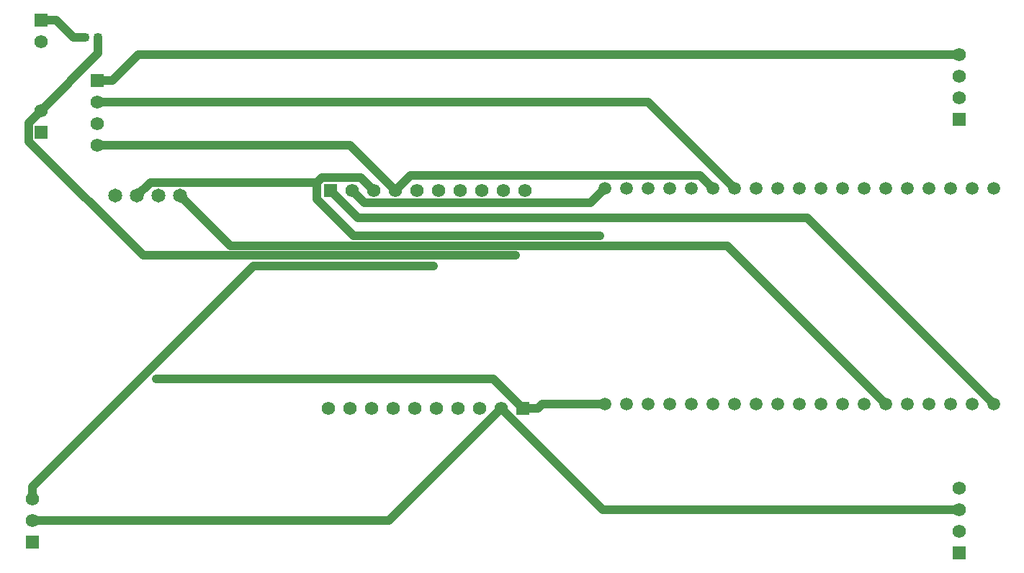
<source format=gtl>
G04 Layer: TopLayer*
G04 EasyEDA v6.5.50, 2025-07-18 22:31:46*
G04 04dc3b07505f4677bf90bee5ef889ce6,38ef4e46ccee4584b929a847fdfc0218,10*
G04 Gerber Generator version 0.2*
G04 Scale: 100 percent, Rotated: No, Reflected: No *
G04 Dimensions in millimeters *
G04 leading zeros omitted , absolute positions ,4 integer and 5 decimal *
%FSLAX45Y45*%
%MOMM*%

%AMMACRO1*21,1,$1,$2,0,0,$3*%
%ADD10C,1.0000*%
%ADD11MACRO1,0.864X0.8065X90.0000*%
%ADD12C,1.5748*%
%ADD13R,1.5748X1.5748*%
%ADD14C,1.6500*%
%ADD15C,1.5000*%
%ADD16C,0.6100*%
%ADD17C,0.0102*%

%LPD*%
D10*
X10896602Y1409700D02*
G01*
X9034858Y3271443D01*
X3192985Y3271443D01*
X2603502Y3860927D01*
X9118602Y3949700D02*
G01*
X8102602Y4965700D01*
X1625602Y4965700D01*
X11760202Y5524500D02*
G01*
X2109218Y5524500D01*
X1804418Y5219700D01*
X1625602Y5219700D02*
G01*
X1804418Y5219700D01*
X12166602Y1409700D02*
G01*
X9978087Y3598214D01*
X4694887Y3598214D01*
X4368802Y3924300D01*
X5580001Y3035731D02*
G01*
X3463800Y3035731D01*
X863602Y435533D01*
X863602Y292100D01*
X1637438Y5727700D02*
G01*
X1637438Y5536336D01*
X965202Y4864100D01*
X6548274Y3156051D02*
G01*
X2166368Y3156051D01*
X821057Y4501362D01*
X821057Y4719954D01*
X965202Y4864100D01*
X7594602Y1409700D02*
G01*
X6859018Y1409700D01*
X6808218Y1358900D01*
X6629402Y1358900D02*
G01*
X6808218Y1358900D01*
X2317752Y1704873D02*
G01*
X6283429Y1704873D01*
X6629402Y1358900D01*
X7594602Y3949700D02*
G01*
X7424092Y3779189D01*
X6201488Y3779189D01*
X6201488Y3779189D02*
G01*
X4767912Y3779189D01*
X4622802Y3924300D01*
X11760202Y165100D02*
G01*
X7569202Y165100D01*
X6375402Y1358900D01*
X6375402Y1358900D02*
G01*
X5054602Y38100D01*
X863602Y38100D01*
X1144018Y5930900D02*
G01*
X1144018Y5930061D01*
X1346380Y5727700D01*
X1486766Y5727700D02*
G01*
X1346380Y5727700D01*
X965202Y5930900D02*
G01*
X1144018Y5930900D01*
X2095502Y3860927D02*
G01*
X2253007Y4018432D01*
X4212821Y4018432D01*
X4876802Y3924300D02*
G01*
X4730168Y4070934D01*
X4265322Y4070934D01*
X4212821Y4018432D01*
X4212821Y4018432D02*
G01*
X4212821Y3817543D01*
X4643503Y3386861D01*
X5437532Y3386861D01*
X5437532Y3386861D02*
G01*
X7539763Y3386861D01*
X8864602Y3949700D02*
G01*
X8712278Y4102023D01*
X5308526Y4102023D01*
X5130802Y3924300D01*
X1625602Y4457700D02*
G01*
X4597402Y4457700D01*
X5130802Y3924300D01*
D11*
G01*
X1637424Y5727700D03*
G01*
X1486775Y5727700D03*
D12*
G01*
X4343400Y1358900D03*
G01*
X4597400Y1358900D03*
G01*
X4851400Y1358900D03*
G01*
X5105400Y1358900D03*
G01*
X5359400Y1358900D03*
G01*
X5613400Y1358900D03*
G01*
X5867400Y1358900D03*
G01*
X6121400Y1358900D03*
G01*
X6375400Y1358900D03*
D13*
G01*
X6629400Y1358900D03*
D12*
G01*
X6654800Y3924300D03*
G01*
X6400800Y3924300D03*
G01*
X6146800Y3924300D03*
G01*
X5892800Y3924300D03*
G01*
X5638800Y3924300D03*
G01*
X5384800Y3924300D03*
G01*
X5130800Y3924300D03*
G01*
X4876800Y3924300D03*
G01*
X4622800Y3924300D03*
D13*
G01*
X4368800Y3924300D03*
G01*
X863600Y-215900D03*
D12*
G01*
X863600Y38100D03*
G01*
X863600Y292100D03*
D13*
G01*
X965200Y4610100D03*
D12*
G01*
X965200Y4864100D03*
D13*
G01*
X965200Y5930900D03*
D12*
G01*
X965200Y5676900D03*
D13*
G01*
X11760200Y-342900D03*
D12*
G01*
X11760200Y-88900D03*
G01*
X11760200Y165100D03*
G01*
X11760200Y419100D03*
D13*
G01*
X11760200Y4762500D03*
D12*
G01*
X11760200Y5016500D03*
G01*
X11760200Y5270500D03*
G01*
X11760200Y5524500D03*
D13*
G01*
X1625600Y5219700D03*
D12*
G01*
X1625600Y4965700D03*
G01*
X1625600Y4711700D03*
G01*
X1625600Y4457700D03*
D14*
G01*
X2603500Y3860927D03*
G01*
X2349500Y3860927D03*
G01*
X2095500Y3860927D03*
G01*
X1841500Y3860672D03*
D15*
G01*
X7594605Y1409702D03*
G01*
X7848605Y1409702D03*
G01*
X8102605Y1409702D03*
G01*
X8356605Y1409702D03*
G01*
X8610605Y1409702D03*
G01*
X8864605Y1409702D03*
G01*
X9118605Y1409702D03*
G01*
X9372605Y1409702D03*
G01*
X9626605Y1409702D03*
G01*
X9880605Y1409702D03*
G01*
X10134605Y1409702D03*
G01*
X10388605Y1409702D03*
G01*
X10642605Y1409702D03*
G01*
X10896605Y1409702D03*
G01*
X11150605Y1409702D03*
G01*
X11404605Y1409702D03*
G01*
X11658605Y1409702D03*
G01*
X11912605Y1409702D03*
G01*
X12166605Y1409702D03*
G01*
X7594605Y3949702D03*
G01*
X7848605Y3949702D03*
G01*
X8102605Y3949702D03*
G01*
X8356605Y3949702D03*
G01*
X8610605Y3949702D03*
G01*
X8864605Y3949702D03*
G01*
X9118605Y3949702D03*
G01*
X9372605Y3949702D03*
G01*
X9626605Y3949702D03*
G01*
X9880605Y3949702D03*
G01*
X10134605Y3949702D03*
G01*
X10388605Y3949702D03*
G01*
X10642605Y3949702D03*
G01*
X10896605Y3949702D03*
G01*
X11150605Y3949702D03*
G01*
X11404605Y3949702D03*
G01*
X11658605Y3949702D03*
G01*
X11912605Y3949702D03*
G01*
X12166605Y3949702D03*
D16*
G01*
X7539763Y3386861D03*
G01*
X5437532Y3386861D03*
G01*
X6201488Y3779189D03*
G01*
X2317752Y1704873D03*
G01*
X6548274Y3156051D03*
G01*
X5580001Y3035731D03*
M02*

</source>
